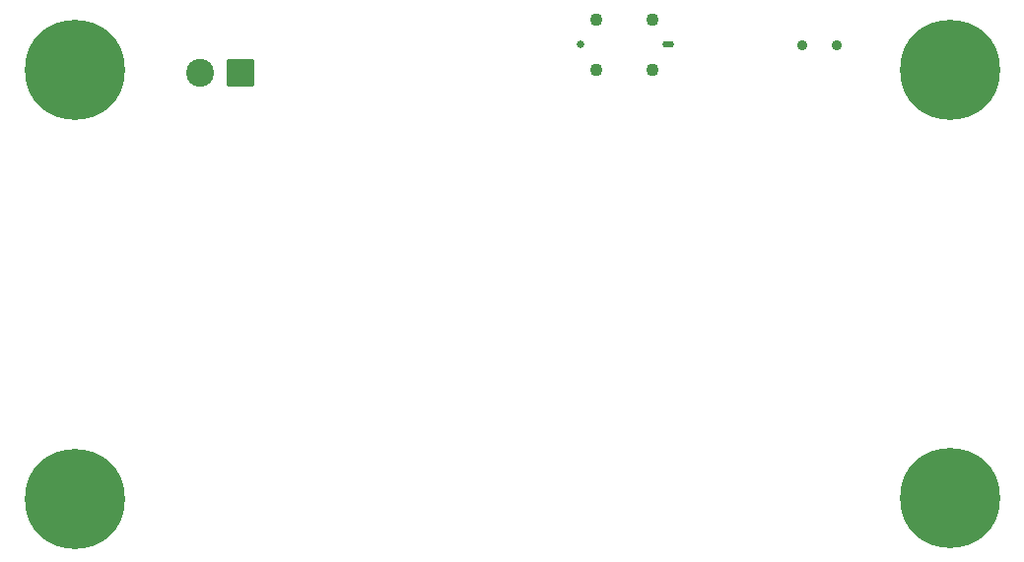
<source format=gbr>
%TF.GenerationSoftware,KiCad,Pcbnew,9.0.1*%
%TF.CreationDate,2025-04-29T02:16:07+02:00*%
%TF.ProjectId,phil-lab-11,7068696c-2d6c-4616-922d-31312e6b6963,rev?*%
%TF.SameCoordinates,Original*%
%TF.FileFunction,Soldermask,Bot*%
%TF.FilePolarity,Negative*%
%FSLAX46Y46*%
G04 Gerber Fmt 4.6, Leading zero omitted, Abs format (unit mm)*
G04 Created by KiCad (PCBNEW 9.0.1) date 2025-04-29 02:16:07*
%MOMM*%
%LPD*%
G01*
G04 APERTURE LIST*
G04 Aperture macros list*
%AMRoundRect*
0 Rectangle with rounded corners*
0 $1 Rounding radius*
0 $2 $3 $4 $5 $6 $7 $8 $9 X,Y pos of 4 corners*
0 Add a 4 corners polygon primitive as box body*
4,1,4,$2,$3,$4,$5,$6,$7,$8,$9,$2,$3,0*
0 Add four circle primitives for the rounded corners*
1,1,$1+$1,$2,$3*
1,1,$1+$1,$4,$5*
1,1,$1+$1,$6,$7*
1,1,$1+$1,$8,$9*
0 Add four rect primitives between the rounded corners*
20,1,$1+$1,$2,$3,$4,$5,0*
20,1,$1+$1,$4,$5,$6,$7,0*
20,1,$1+$1,$6,$7,$8,$9,0*
20,1,$1+$1,$8,$9,$2,$3,0*%
G04 Aperture macros list end*
%ADD10C,1.100000*%
%ADD11O,1.000000X0.580000*%
%ADD12C,0.660000*%
%ADD13RoundRect,0.250001X0.949999X0.949999X-0.949999X0.949999X-0.949999X-0.949999X0.949999X-0.949999X0*%
%ADD14C,2.400000*%
%ADD15C,0.900000*%
%ADD16C,8.600000*%
G04 APERTURE END LIST*
D10*
%TO.C,P1*%
X74650000Y-24700000D03*
X74650000Y-20400000D03*
X69850000Y-24700000D03*
X69850000Y-20400000D03*
D11*
X76000000Y-22550000D03*
D12*
X68500000Y-22550000D03*
%TD*%
D13*
%TO.C,J1*%
X39250000Y-25000000D03*
D14*
X35750000Y-25000000D03*
%TD*%
D15*
%TO.C,SW1*%
X90500000Y-22645000D03*
X87500000Y-22645000D03*
%TD*%
%TO.C,H3*%
X21800000Y-61610913D03*
X22744581Y-59330494D03*
X22744581Y-63891332D03*
X25025000Y-58385913D03*
D16*
X25025000Y-61610913D03*
D15*
X25025000Y-64835913D03*
X27305419Y-59330494D03*
X27305419Y-63891332D03*
X28250000Y-61610913D03*
%TD*%
%TO.C,H2*%
X96994581Y-24750000D03*
X97939162Y-22469581D03*
X97939162Y-27030419D03*
X100219581Y-21525000D03*
D16*
X100219581Y-24750000D03*
D15*
X100219581Y-27975000D03*
X102500000Y-22469581D03*
X102500000Y-27030419D03*
X103444581Y-24750000D03*
%TD*%
%TO.C,H4*%
X96994581Y-61580494D03*
X97939162Y-59300075D03*
X97939162Y-63860913D03*
X100219581Y-58355494D03*
D16*
X100219581Y-61580494D03*
D15*
X100219581Y-64805494D03*
X102500000Y-59300075D03*
X102500000Y-63860913D03*
X103444581Y-61580494D03*
%TD*%
%TO.C,H1*%
X21775000Y-24750000D03*
X22719581Y-22469581D03*
X22719581Y-27030419D03*
X25000000Y-21525000D03*
D16*
X25000000Y-24750000D03*
D15*
X25000000Y-27975000D03*
X27280419Y-22469581D03*
X27280419Y-27030419D03*
X28225000Y-24750000D03*
%TD*%
M02*

</source>
